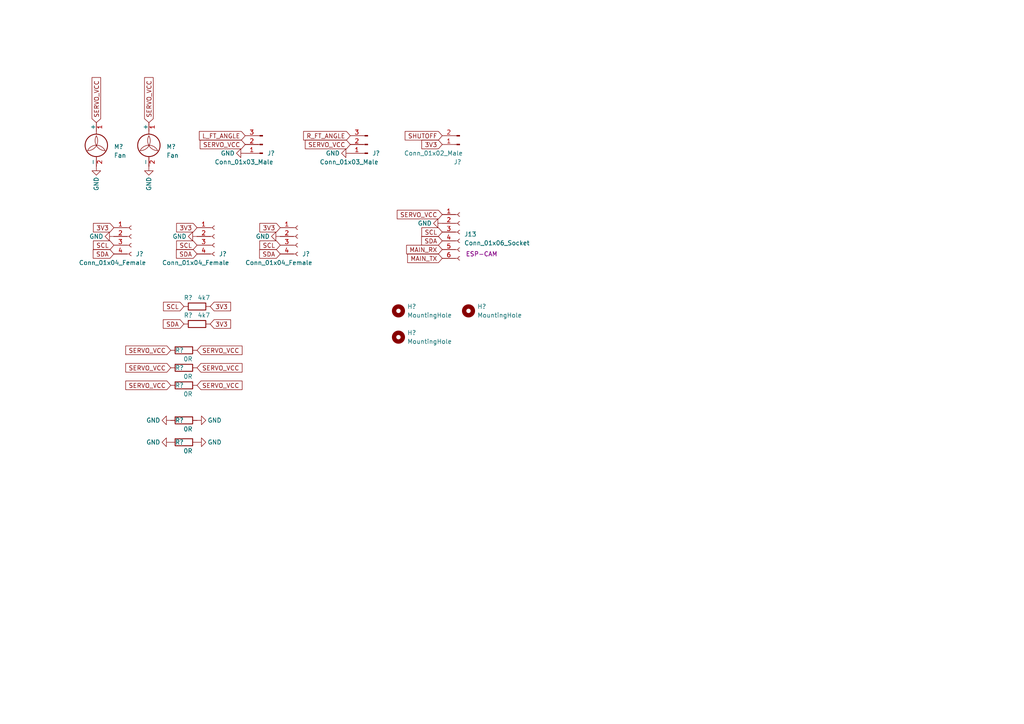
<source format=kicad_sch>
(kicad_sch (version 20230121) (generator eeschema)
  (paper "A4")
  (lib_symbols
    (symbol "Connector:Conn_01x02_Male" (pin_names (offset 1.016) hide)
      (property "Reference" "J" (at 0 2.54 0))
      (property "Value" "Conn_01x02_Male" (at 0 -5.08 0))
      (symbol "Conn_01x02_Male_1_1"
        (polyline (pts (xy 1.27 -2.54) (xy 0.8636 -2.54)) (stroke (width 0.1524)))
        (polyline (pts (xy 1.27 0) (xy 0.8636 0)) (stroke (width 0.1524)))
        (rectangle (start 0.8636 -2.413) (end 0 -2.667) (stroke (width 0.1524)) (fill (type outline)))
        (rectangle (start 0.8636 0.127) (end 0 -0.127) (stroke (width 0.1524)) (fill (type outline)))
        (pin passive line (at 5.08 0 180) (length 3.81) (name "Pin_1") (number "1"))
        (pin passive line (at 5.08 -2.54 180) (length 3.81) (name "Pin_2") (number "2"))
      )
    )
    (symbol "Connector:Conn_01x03_Male" (pin_names (offset 1.016) hide)
      (property "Reference" "J" (at 0 5.08 0))
      (property "Value" "Conn_01x03_Male" (at 0 -5.08 0))
      (symbol "Conn_01x03_Male_1_1"
        (polyline (pts (xy 1.27 -2.54) (xy 0.8636 -2.54)) (stroke (width 0.1524)))
        (polyline (pts (xy 1.27 0) (xy 0.8636 0)) (stroke (width 0.1524)))
        (polyline (pts (xy 1.27 2.54) (xy 0.8636 2.54)) (stroke (width 0.1524)))
        (rectangle (start 0.8636 -2.413) (end 0 -2.667) (stroke (width 0.1524)) (fill (type outline)))
        (rectangle (start 0.8636 0.127) (end 0 -0.127) (stroke (width 0.1524)) (fill (type outline)))
        (rectangle (start 0.8636 2.667) (end 0 2.413) (stroke (width 0.1524)) (fill (type outline)))
        (pin passive line (at 5.08 2.54 180) (length 3.81) (name "Pin_1") (number "1"))
        (pin passive line (at 5.08 0 180) (length 3.81) (name "Pin_2") (number "2"))
        (pin passive line (at 5.08 -2.54 180) (length 3.81) (name "Pin_3") (number "3"))
      )
    )
    (symbol "Connector:Conn_01x04_Female" (pin_names (offset 1.016) hide)
      (property "Reference" "J" (at 0 5.08 0))
      (property "Value" "Conn_01x04_Female" (at 0 -7.62 0))
      (symbol "Conn_01x04_Female_1_1"
        (arc (start 0 -4.572) (mid -0.5058 -5.08) (end 0 -5.588) (stroke (width 0.1524)))
        (arc (start 0 -2.032) (mid -0.5058 -2.54) (end 0 -3.048) (stroke (width 0.1524)))
        (polyline (pts (xy -1.27 -5.08) (xy -0.508 -5.08)) (stroke (width 0.1524)))
        (polyline (pts (xy -1.27 -2.54) (xy -0.508 -2.54)) (stroke (width 0.1524)))
        (polyline (pts (xy -1.27 0) (xy -0.508 0)) (stroke (width 0.1524)))
        (polyline (pts (xy -1.27 2.54) (xy -0.508 2.54)) (stroke (width 0.1524)))
        (arc (start 0 0.508) (mid -0.5058 0) (end 0 -0.508) (stroke (width 0.1524)))
        (arc (start 0 3.048) (mid -0.5058 2.54) (end 0 2.032) (stroke (width 0.1524)))
        (pin passive line (at -5.08 2.54 0) (length 3.81) (name "Pin_1") (number "1"))
        (pin passive line (at -5.08 0 0) (length 3.81) (name "Pin_2") (number "2"))
        (pin passive line (at -5.08 -2.54 0) (length 3.81) (name "Pin_3") (number "3"))
        (pin passive line (at -5.08 -5.08 0) (length 3.81) (name "Pin_4") (number "4"))
      )
    )
    (symbol "Connector:Conn_01x06_Socket" (pin_names (offset 1.016) hide)
      (property "Reference" "J" (at 0 7.62 0))
      (property "Value" "Conn_01x06_Socket" (at 0 -10.16 0))
      (symbol "Conn_01x06_Socket_1_1"
        (arc (start 0 -7.112) (mid -0.5058 -7.62) (end 0 -8.128) (stroke (width 0.1524)))
        (arc (start 0 -4.572) (mid -0.5058 -5.08) (end 0 -5.588) (stroke (width 0.1524)))
        (arc (start 0 -2.032) (mid -0.5058 -2.54) (end 0 -3.048) (stroke (width 0.1524)))
        (polyline (pts (xy -1.27 -7.62) (xy -0.508 -7.62)) (stroke (width 0.1524)))
        (polyline (pts (xy -1.27 -5.08) (xy -0.508 -5.08)) (stroke (width 0.1524)))
        (polyline (pts (xy -1.27 -2.54) (xy -0.508 -2.54)) (stroke (width 0.1524)))
        (polyline (pts (xy -1.27 0) (xy -0.508 0)) (stroke (width 0.1524)))
        (polyline (pts (xy -1.27 2.54) (xy -0.508 2.54)) (stroke (width 0.1524)))
        (polyline (pts (xy -1.27 5.08) (xy -0.508 5.08)) (stroke (width 0.1524)))
        (arc (start 0 0.508) (mid -0.5058 0) (end 0 -0.508) (stroke (width 0.1524)))
        (arc (start 0 3.048) (mid -0.5058 2.54) (end 0 2.032) (stroke (width 0.1524)))
        (arc (start 0 5.588) (mid -0.5058 5.08) (end 0 4.572) (stroke (width 0.1524)))
        (pin passive line (at -5.08 5.08 0) (length 3.81) (name "Pin_1") (number "1"))
        (pin passive line (at -5.08 2.54 0) (length 3.81) (name "Pin_2") (number "2"))
        (pin passive line (at -5.08 0 0) (length 3.81) (name "Pin_3") (number "3"))
        (pin passive line (at -5.08 -2.54 0) (length 3.81) (name "Pin_4") (number "4"))
        (pin passive line (at -5.08 -5.08 0) (length 3.81) (name "Pin_5") (number "5"))
        (pin passive line (at -5.08 -7.62 0) (length 3.81) (name "Pin_6") (number "6"))
      )
    )
    (symbol "Device:R" (pin_numbers hide) (pin_names (offset 0))
      (property "Reference" "R" (at 2.032 0 90))
      (property "Value" "R" (at 0 0 90))
      (symbol "R_0_1"
        (rectangle (start -1.016 -2.54) (end 1.016 2.54) (stroke (width 0.254)))
      )
      (symbol "R_1_1"
        (pin passive line (at 0 3.81 270) (length 1.27) (name "~") (number "1"))
        (pin passive line (at 0 -3.81 90) (length 1.27) (name "~") (number "2"))
      )
    )
    (symbol "Mechanical:MountingHole" (pin_names (offset 1.016))
      (property "Reference" "H" (at 0 5.08 0))
      (property "Value" "MountingHole" (at 0 3.175 0))
      (symbol "MountingHole_0_1"
        (circle (center 0 0) (radius 1.27) (stroke (width 1.27)))
      )
    )
    (symbol "Motor:Fan" (pin_names (offset 0))
      (property "Reference" "M" (at 2.54 5.08 0))
      (property "Value" "Fan" (at 2.54 -2.54 0))
      (symbol "Fan_0_1"
        (arc (start -2.54 -0.508) (mid 0.0028 0.9121) (end 0 3.81))
        (polyline (pts (xy 0 -5.08) (xy 0 -4.572)))
        (polyline (pts (xy 0 -2.2352) (xy 0 -2.6416)))
        (polyline (pts (xy 0 4.2672) (xy 0 4.6228)))
        (polyline (pts (xy 0 4.572) (xy 0 5.08)))
        (circle (center 0 1.016) (radius 3.2512) (stroke (width 0.254)))
        (arc (start 0 3.81) (mid 0.053 0.921) (end 2.54 -0.508))
        (arc (start 2.54 -0.508) (mid 0 1.0618) (end -2.54 -0.508))
      )
      (symbol "Fan_1_1"
        (pin passive line (at 0 7.62 270) (length 2.54) (name "+") (number "1"))
        (pin passive line (at 0 -5.08 90) (length 2.54) (name "-") (number "2"))
      )
    )
    (symbol "power:GND" (power) (pin_names (offset 0))
      (property "Value" "GND" (at 0 -3.81 0))
      (symbol "GND_0_1"
        (polyline (pts (xy 0 0) (xy 0 -1.27) (xy 1.27 -1.27) (xy 0 -2.54) (xy -1.27 -1.27) (xy 0 -1.27)))
      )
      (symbol "GND_1_1"
        (pin power_in line (at 0 0 270) (length 0) hide (name "GND") (number "1"))
      )
    )
  )
  (global_label "SERVO_VCC" (shape input) (at 27.94 35.56 90) (property "Intersheetrefs" "${INTERSHEET_REFS}" (effects hide)))
  (global_label "SERVO_VCC" (shape input) (at 49.53 101.6 180) (property "Intersheetrefs" "${INTERSHEET_REFS}" (effects hide)))
  (global_label "R_FT_ANGLE" (shape input) (at 101.6 39.37 180) (property "Intersheetrefs" "${INTERSHEET_REFS}" (effects hide)))
  (global_label "SDA" (shape input) (at 57.15 73.66 180) (property "Intersheetrefs" "${INTERSHEET_REFS}" (effects hide)))
  (global_label "L_FT_ANGLE" (shape input) (at 71.12 39.37 180) (property "Intersheetrefs" "${INTERSHEET_REFS}" (effects hide)))
  (global_label "3V3" (shape input) (at 60.96 93.98 0) (property "Intersheetrefs" "${INTERSHEET_REFS}" (effects hide)))
  (global_label "SCL" (shape input) (at 57.15 71.12 180) (property "Intersheetrefs" "${INTERSHEET_REFS}" (effects hide)))
  (global_label "SCL" (shape input) (at 128.27 67.31 180) (property "Intersheetrefs" "${INTERSHEET_REFS}" (effects hide)))
  (global_label "SERVO_VCC" (shape input) (at 57.15 106.68 0) (property "Intersheetrefs" "${INTERSHEET_REFS}" (effects hide)))
  (global_label "SCL" (shape input) (at 33.02 71.12 180) (property "Intersheetrefs" "${INTERSHEET_REFS}" (effects hide)))
  (global_label "SERVO_VCC" (shape input) (at 128.27 62.23 180) (property "Intersheetrefs" "${INTERSHEET_REFS}" (effects hide)))
  (global_label "SHUTOFF" (shape input) (at 128.27 39.37 180) (property "Intersheetrefs" "${INTERSHEET_REFS}" (effects hide)))
  (global_label "SCL" (shape input) (at 81.28 71.12 180) (property "Intersheetrefs" "${INTERSHEET_REFS}" (effects hide)))
  (global_label "SDA" (shape input) (at 53.34 93.98 180) (property "Intersheetrefs" "${INTERSHEET_REFS}" (effects hide)))
  (global_label "SDA" (shape input) (at 128.27 69.85 180) (property "Intersheetrefs" "${INTERSHEET_REFS}" (effects hide)))
  (global_label "SDA" (shape input) (at 33.02 73.66 180) (property "Intersheetrefs" "${INTERSHEET_REFS}" (effects hide)))
  (global_label "MAIN_TX" (shape input) (at 128.27 74.93 180) (property "Intersheetrefs" "${INTERSHEET_REFS}" (effects hide)))
  (global_label "SERVO_VCC" (shape input) (at 57.15 101.6 0) (property "Intersheetrefs" "${INTERSHEET_REFS}" (effects hide)))
  (global_label "SERVO_VCC" (shape input) (at 57.15 111.76 0) (property "Intersheetrefs" "${INTERSHEET_REFS}" (effects hide)))
  (global_label "3V3" (shape input) (at 60.96 88.9 0) (property "Intersheetrefs" "${INTERSHEET_REFS}" (effects hide)))
  (global_label "SCL" (shape input) (at 53.34 88.9 180) (property "Intersheetrefs" "${INTERSHEET_REFS}" (effects hide)))
  (global_label "3V3" (shape input) (at 128.27 41.91 180) (property "Intersheetrefs" "${INTERSHEET_REFS}" (effects hide)))
  (global_label "SERVO_VCC" (shape input) (at 49.53 111.76 180) (property "Intersheetrefs" "${INTERSHEET_REFS}" (effects hide)))
  (global_label "SERVO_VCC" (shape input) (at 43.18 35.56 90) (property "Intersheetrefs" "${INTERSHEET_REFS}" (effects hide)))
  (global_label "3V3" (shape input) (at 81.28 66.04 180) (property "Intersheetrefs" "${INTERSHEET_REFS}" (effects hide)))
  (global_label "3V3" (shape input) (at 33.02 66.04 180) (property "Intersheetrefs" "${INTERSHEET_REFS}" (effects hide)))
  (global_label "SERVO_VCC" (shape input) (at 71.12 41.91 180) (property "Intersheetrefs" "${INTERSHEET_REFS}" (effects hide)))
  (global_label "MAIN_RX" (shape input) (at 128.27 72.39 180) (property "Intersheetrefs" "${INTERSHEET_REFS}" (effects hide)))
  (global_label "SDA" (shape input) (at 81.28 73.66 180) (property "Intersheetrefs" "${INTERSHEET_REFS}" (effects hide)))
  (global_label "SERVO_VCC" (shape input) (at 101.6 41.91 180) (property "Intersheetrefs" "${INTERSHEET_REFS}" (effects hide)))
  (global_label "3V3" (shape input) (at 57.15 66.04 180) (property "Intersheetrefs" "${INTERSHEET_REFS}" (effects hide)))
  (global_label "SERVO_VCC" (shape input) (at 49.53 106.68 180) (property "Intersheetrefs" "${INTERSHEET_REFS}" (effects hide)))
  (symbol (lib_id "Mechanical:MountingHole") (at 135.89 90.17 0) (unit 1)
    (property "Reference" "H?" (at 138.43 88.8999 0) (effects (justify left)))
    (property "Value" "MountingHole" (at 138.43 91.4399 0) (effects (justify left)))
    (property "Footprint" "MountingHole:MountingHole_3.2mm_M3" (effects hide))
    (instances (project "HM_CENTRAL-02" (path "" (reference "H?") (unit 1)) (path "" (reference "H3") (unit 1))))
  )
  (symbol (lib_id "Connector:Conn_01x03_Male") (at 76.2 41.91 180) (unit 1)
    (property "Reference" "J?" (at 77.47 44.45 0) (effects (justify right)))
    (property "Value" "Conn_01x03_Male" (at 62.23 46.99 0) (effects (justify right)))
    (property "Footprint" "Connector_PinHeader_2.54mm:PinHeader_1x03_P2.54mm_Vertical" (effects hide))
    (instances (project "HM_CENTRAL-02" (path "" (reference "J?") (unit 1)) (path "" (reference "J5") (unit 1))))
  )
  (symbol (lib_id "power:GND") (at 43.18 48.26 0) (unit 1)
    (property "Reference" "#PWR?" (effects hide))
    (property "Value" "GND" (at 43.18 53.34 90))
    (instances (project "HM_CENTRAL-02" (path "" (reference "#PWR?") (unit 1)) (path "" (reference "#PWR02") (unit 1))))
  )
  (symbol (lib_id "Device:R") (at 53.34 121.92 90) (unit 1)
    (property "Reference" "R?" (at 53.34 121.92 90) (effects (justify left)))
    (property "Value" "0R" (at 55.88 124.46 90) (effects (justify left)))
    (property "Footprint" "Resistor_THT:R_Axial_DIN0207_L6.3mm_D2.5mm_P7.62mm_Horizontal" (effects hide))
    (instances (project "HM_CENTRAL-02" (path "" (reference "R?") (unit 1)) (path "" (reference "R16") (unit 1))))
  )
  (symbol (lib_id "power:GND") (at 27.94 48.26 0) (unit 1)
    (property "Reference" "#PWR?" (effects hide))
    (property "Value" "GND" (at 27.94 53.34 90))
    (instances (project "HM_CENTRAL-02" (path "" (reference "#PWR?") (unit 1)) (path "" (reference "#PWR01") (unit 1))))
  )
  (symbol (lib_id "Device:R") (at 53.34 128.27 90) (unit 1)
    (property "Reference" "R?" (at 53.34 128.27 90) (effects (justify left)))
    (property "Value" "0R" (at 55.88 130.81 90) (effects (justify left)))
    (property "Footprint" "Resistor_THT:R_Axial_DIN0207_L6.3mm_D2.5mm_P7.62mm_Horizontal" (effects hide))
    (instances (project "HM_CENTRAL-02" (path "" (reference "R?") (unit 1)) (path "" (reference "R13") (unit 1))))
  )
  (symbol (lib_id "Device:R") (at 57.15 93.98 90) (unit 1)
    (property "Reference" "R?" (at 55.88 91.44 90) (effects (justify left)))
    (property "Value" "4k7" (at 60.96 91.44 90) (effects (justify left)))
    (property "Footprint" "Resistor_THT:R_Axial_DIN0207_L6.3mm_D2.5mm_P7.62mm_Horizontal" (effects hide))
    (instances (project "HM_CENTRAL-02" (path "" (reference "R?") (unit 1)) (path "" (reference "R39") (unit 1))))
  )
  (symbol (lib_id "Device:R") (at 53.34 111.76 90) (unit 1)
    (property "Reference" "R?" (at 53.34 111.76 90) (effects (justify left)))
    (property "Value" "0R" (at 55.88 114.3 90) (effects (justify left)))
    (property "Footprint" "Resistor_THT:R_Axial_DIN0207_L6.3mm_D2.5mm_P7.62mm_Horizontal" (effects hide))
    (instances (project "HM_CENTRAL-02" (path "" (reference "R?") (unit 1)) (path "" (reference "R12") (unit 1))))
  )
  (symbol (lib_id "Motor:Fan") (at 43.18 43.18 0) (unit 1)
    (property "Reference" "M?" (at 48.26 42.545 0) (effects (justify left)))
    (property "Value" "Fan" (at 48.26 45.085 0) (effects (justify left)))
    (property "Footprint" "Connector_PinHeader_2.54mm:PinHeader_1x02_P2.54mm_Vertical" (effects hide))
    (instances (project "HM_CENTRAL-02" (path "" (reference "M?") (unit 1)) (path "" (reference "M25") (unit 1))))
  )
  (symbol (lib_id "Connector:Conn_01x02_Male") (at 133.35 41.91 180) (unit 1)
    (property "Reference" "J?" (at 132.715 46.99 0))
    (property "Value" "Conn_01x02_Male" (at 125.73 44.45 0))
    (property "Footprint" "TestPoint:TestPoint_2Pads_Pitch5.08mm_Drill1.3mm" (effects hide))
    (instances (project "HM_CENTRAL-02" (path "" (reference "J?") (unit 1)) (path "" (reference "J7") (unit 1))))
  )
  (symbol (lib_id "power:GND") (at 81.28 68.58 270) (unit 1)
    (property "Reference" "#PWR?" (effects hide))
    (property "Value" "GND" (at 76.2 68.58 90))
    (instances (project "HM_CENTRAL-02" (path "" (reference "#PWR?") (unit 1)) (path "" (reference "#PWR011") (unit 1))))
  )
  (symbol (lib_id "Device:R") (at 57.15 88.9 90) (unit 1)
    (property "Reference" "R?" (at 55.88 86.36 90) (effects (justify left)))
    (property "Value" "4k7" (at 60.96 86.36 90) (effects (justify left)))
    (property "Footprint" "Resistor_THT:R_Axial_DIN0207_L6.3mm_D2.5mm_P7.62mm_Horizontal" (effects hide))
    (instances (project "HM_CENTRAL-02" (path "" (reference "R?") (unit 1)) (path "" (reference "R38") (unit 1))))
  )
  (symbol (lib_id "Connector:Conn_01x04_Female") (at 86.36 68.58 0) (unit 1)
    (property "Reference" "J?" (at 87.63 73.66 0) (effects (justify left)))
    (property "Value" "Conn_01x04_Female" (at 71.12 76.2 0) (effects (justify left)))
    (property "Footprint" "Connector_PinSocket_2.54mm:PinSocket_1x04_P2.54mm_Vertical" (effects hide))
    (instances (project "HM_CENTRAL-02" (path "" (reference "J?") (unit 1)) (path "" (reference "J10") (unit 1))))
  )
  (symbol (lib_id "Connector:Conn_01x04_Female") (at 62.23 68.58 0) (unit 1)
    (property "Reference" "J?" (at 63.5 73.66 0) (effects (justify left)))
    (property "Value" "Conn_01x04_Female" (at 46.99 76.2 0) (effects (justify left)))
    (property "Footprint" "Connector_PinSocket_2.54mm:PinSocket_1x04_P2.54mm_Vertical" (effects hide))
    (instances (project "HM_CENTRAL-02" (path "" (reference "J?") (unit 1)) (path "" (reference "J9") (unit 1))))
  )
  (symbol (lib_id "Mechanical:MountingHole") (at 115.57 90.17 0) (unit 1)
    (property "Reference" "H?" (at 118.11 88.8999 0) (effects (justify left)))
    (property "Value" "MountingHole" (at 118.11 91.4399 0) (effects (justify left)))
    (property "Footprint" "MountingHole:MountingHole_3.2mm_M3" (effects hide))
    (instances (project "HM_CENTRAL-02" (path "" (reference "H?") (unit 1)) (path "" (reference "H1") (unit 1))))
  )
  (symbol (lib_id "Connector:Conn_01x03_Male") (at 106.68 41.91 180) (unit 1)
    (property "Reference" "J?" (at 107.95 44.45 0) (effects (justify right)))
    (property "Value" "Conn_01x03_Male" (at 92.71 46.99 0) (effects (justify right)))
    (property "Footprint" "Connector_PinHeader_2.54mm:PinHeader_1x03_P2.54mm_Vertical" (effects hide))
    (instances (project "HM_CENTRAL-02" (path "" (reference "J?") (unit 1)) (path "" (reference "J6") (unit 1))))
  )
  (symbol (lib_id "Connector:Conn_01x04_Female") (at 38.1 68.58 0) (unit 1)
    (property "Reference" "J?" (at 39.37 73.66 0) (effects (justify left)))
    (property "Value" "Conn_01x04_Female" (at 22.86 76.2 0) (effects (justify left)))
    (property "Footprint" "Connector_PinSocket_2.54mm:PinSocket_1x04_P2.54mm_Vertical" (effects hide))
    (instances (project "HM_CENTRAL-02" (path "" (reference "J?") (unit 1)) (path "" (reference "J8") (unit 1))))
  )
  (symbol (lib_id "power:GND") (at 128.27 64.77 270) (unit 1)
    (property "Reference" "#PWR?" (effects hide))
    (property "Value" "GND" (at 123.19 64.77 90))
    (instances (project "HM_CENTRAL-02" (path "" (reference "#PWR?") (unit 1)) (path "" (reference "#PWR022") (unit 1))))
  )
  (symbol (lib_id "Connector:Conn_01x06_Socket") (at 133.35 67.31 0) (unit 1)
    (property "Reference" "J13" (at 134.62 67.945 0) (effects (justify left)))
    (property "Value" "Conn_01x06_Socket" (at 134.62 70.485 0) (effects (justify left)))
    (property "Footprint" "Connector_PinSocket_2.54mm:PinSocket_1x06_P2.54mm_Vertical" (effects hide))
    (property "ALIAS" "ESP-CAM" (at 139.7 73.66 0))
  )
  (symbol (lib_id "Device:R") (at 53.34 101.6 90) (unit 1)
    (property "Reference" "R?" (at 53.34 101.6 90) (effects (justify left)))
    (property "Value" "0R" (at 55.88 104.14 90) (effects (justify left)))
    (property "Footprint" "Resistor_THT:R_Axial_DIN0207_L6.3mm_D2.5mm_P7.62mm_Horizontal" (effects hide))
    (instances (project "HM_CENTRAL-02" (path "" (reference "R?") (unit 1)) (path "" (reference "R17") (unit 1))))
  )
  (symbol (lib_id "power:GND") (at 71.12 44.45 270) (unit 1)
    (property "Reference" "#PWR?" (effects hide))
    (property "Value" "GND" (at 66.04 44.45 90))
    (instances (project "HM_CENTRAL-02" (path "" (reference "#PWR?") (unit 1)) (path "" (reference "#PWR04") (unit 1))))
  )
  (symbol (lib_id "Motor:Fan") (at 27.94 43.18 0) (unit 1)
    (property "Reference" "M?" (at 33.02 42.545 0) (effects (justify left)))
    (property "Value" "Fan" (at 33.02 45.085 0) (effects (justify left)))
    (property "Footprint" "Connector_PinHeader_2.54mm:PinHeader_1x02_P2.54mm_Vertical" (effects hide))
    (instances (project "HM_CENTRAL-02" (path "" (reference "M?") (unit 1)) (path "" (reference "M24") (unit 1))))
  )
  (symbol (lib_id "Mechanical:MountingHole") (at 115.57 97.79 0) (unit 1)
    (property "Reference" "H?" (at 118.11 96.5199 0) (effects (justify left)))
    (property "Value" "MountingHole" (at 118.11 99.0599 0) (effects (justify left)))
    (property "Footprint" "MountingHole:MountingHole_3.2mm_M3" (effects hide))
    (instances (project "HM_CENTRAL-02" (path "" (reference "H?") (unit 1)) (path "" (reference "H2") (unit 1))))
  )
  (symbol (lib_id "Device:R") (at 53.34 106.68 90) (unit 1)
    (property "Reference" "R?" (at 53.34 106.68 90) (effects (justify left)))
    (property "Value" "0R" (at 55.88 109.22 90) (effects (justify left)))
    (property "Footprint" "Resistor_THT:R_Axial_DIN0207_L6.3mm_D2.5mm_P7.62mm_Horizontal" (effects hide))
    (instances (project "HM_CENTRAL-02" (path "" (reference "R?") (unit 1)) (path "" (reference "R11") (unit 1))))
  )
  (symbol (lib_id "power:GND") (at 57.15 128.27 90) (unit 1)
    (property "Reference" "#PWR?" (effects hide))
    (property "Value" "GND" (at 62.23 128.27 90))
    (instances (project "HM_CENTRAL-02" (path "" (reference "#PWR?") (unit 1)) (path "" (reference "#PWR019") (unit 1))))
  )
  (symbol (lib_id "power:GND") (at 57.15 121.92 90) (unit 1)
    (property "Reference" "#PWR?" (effects hide))
    (property "Value" "GND" (at 62.23 121.92 90))
    (instances (project "HM_CENTRAL-02" (path "" (reference "#PWR?") (unit 1)) (path "" (reference "#PWR021") (unit 1))))
  )
  (symbol (lib_id "power:GND") (at 57.15 68.58 270) (unit 1)
    (property "Reference" "#PWR?" (effects hide))
    (property "Value" "GND" (at 52.07 68.58 90))
    (instances (project "HM_CENTRAL-02" (path "" (reference "#PWR?") (unit 1)) (path "" (reference "#PWR010") (unit 1))))
  )
  (symbol (lib_id "power:GND") (at 49.53 121.92 270) (unit 1)
    (property "Reference" "#PWR?" (effects hide))
    (property "Value" "GND" (at 44.45 121.92 90))
    (instances (project "HM_CENTRAL-02" (path "" (reference "#PWR?") (unit 1)) (path "" (reference "#PWR020") (unit 1))))
  )
  (symbol (lib_id "power:GND") (at 33.02 68.58 270) (unit 1)
    (property "Reference" "#PWR?" (effects hide))
    (property "Value" "GND" (at 27.94 68.58 90))
    (instances (project "HM_CENTRAL-02" (path "" (reference "#PWR?") (unit 1)) (path "" (reference "#PWR08") (unit 1))))
  )
  (symbol (lib_id "power:GND") (at 49.53 128.27 270) (unit 1)
    (property "Reference" "#PWR?" (effects hide))
    (property "Value" "GND" (at 44.45 128.27 90))
    (instances (project "HM_CENTRAL-02" (path "" (reference "#PWR?") (unit 1)) (path "" (reference "#PWR018") (unit 1))))
  )
  (symbol (lib_id "power:GND") (at 101.6 44.45 270) (unit 1)
    (property "Reference" "#PWR?" (effects hide))
    (property "Value" "GND" (at 96.52 44.45 90))
    (instances (project "HM_CENTRAL-02" (path "" (reference "#PWR?") (unit 1)) (path "" (reference "#PWR06") (unit 1))))
  )
)
</source>
